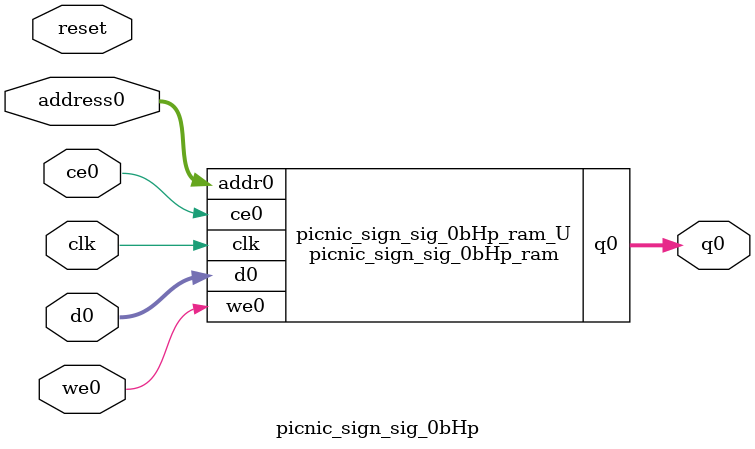
<source format=v>
`timescale 1 ns / 1 ps
module picnic_sign_sig_0bHp_ram (addr0, ce0, d0, we0, q0,  clk);

parameter DWIDTH = 8;
parameter AWIDTH = 6;
parameter MEM_SIZE = 55;

input[AWIDTH-1:0] addr0;
input ce0;
input[DWIDTH-1:0] d0;
input we0;
output reg[DWIDTH-1:0] q0;
input clk;

(* ram_style = "distributed" *)reg [DWIDTH-1:0] ram[0:MEM_SIZE-1];




always @(posedge clk)  
begin 
    if (ce0) begin
        if (we0) 
            ram[addr0] <= d0; 
        q0 <= ram[addr0];
    end
end


endmodule

`timescale 1 ns / 1 ps
module picnic_sign_sig_0bHp(
    reset,
    clk,
    address0,
    ce0,
    we0,
    d0,
    q0);

parameter DataWidth = 32'd8;
parameter AddressRange = 32'd55;
parameter AddressWidth = 32'd6;
input reset;
input clk;
input[AddressWidth - 1:0] address0;
input ce0;
input we0;
input[DataWidth - 1:0] d0;
output[DataWidth - 1:0] q0;



picnic_sign_sig_0bHp_ram picnic_sign_sig_0bHp_ram_U(
    .clk( clk ),
    .addr0( address0 ),
    .ce0( ce0 ),
    .we0( we0 ),
    .d0( d0 ),
    .q0( q0 ));

endmodule


</source>
